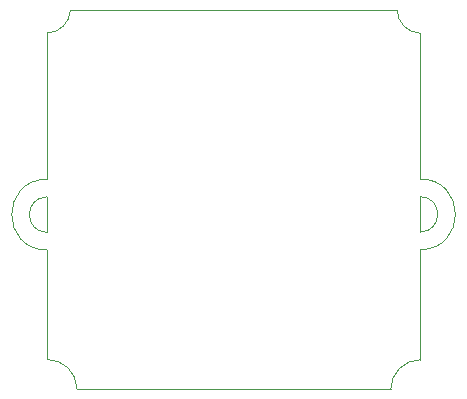
<source format=gbr>
%TF.GenerationSoftware,KiCad,Pcbnew,(5.1.9-0-10_14)*%
%TF.CreationDate,2021-05-07T17:02:22+01:00*%
%TF.ProjectId,EMGSensor3.1,454d4753-656e-4736-9f72-332e312e6b69,rev?*%
%TF.SameCoordinates,Original*%
%TF.FileFunction,Profile,NP*%
%FSLAX46Y46*%
G04 Gerber Fmt 4.6, Leading zero omitted, Abs format (unit mm)*
G04 Created by KiCad (PCBNEW (5.1.9-0-10_14)) date 2021-05-07 17:02:22*
%MOMM*%
%LPD*%
G01*
G04 APERTURE LIST*
%TA.AperFunction,Profile*%
%ADD10C,0.100000*%
%TD*%
G04 APERTURE END LIST*
D10*
X172504464Y-46228009D02*
G75*
G02*
X170536449Y-48171100I-1993415J50809D01*
G01*
X202107812Y-48195651D02*
G75*
G02*
X200177400Y-46228000I63488J1993051D01*
G01*
X199631461Y-78308195D02*
G75*
G02*
X202107800Y-75844400I2501739J-38105D01*
G01*
X170535600Y-75819000D02*
G75*
G02*
X173062900Y-78295500I25400J-2501900D01*
G01*
X170535600Y-66548000D02*
X170535600Y-75819000D01*
X170510201Y-62052201D02*
X170510200Y-65049614D01*
X170510200Y-65049399D02*
G75*
G02*
X170510201Y-62052201I25400J1498599D01*
G01*
X202107800Y-60528200D02*
X202107812Y-48195651D01*
X202107800Y-65024000D02*
X202107800Y-62026800D01*
X202107800Y-62026800D02*
G75*
G02*
X202107800Y-65024000I0J-1498600D01*
G01*
X170535600Y-66548000D02*
G75*
G02*
X170535600Y-60553600I0J2997200D01*
G01*
X202107800Y-60528200D02*
G75*
G02*
X202107800Y-66522600I0J-2997200D01*
G01*
X170535600Y-60553600D02*
X170535600Y-48171100D01*
X199631590Y-78308197D02*
X173062900Y-78295500D01*
X202107800Y-66522600D02*
X202107800Y-75844400D01*
X172504100Y-46228000D02*
X200177400Y-46228000D01*
M02*

</source>
